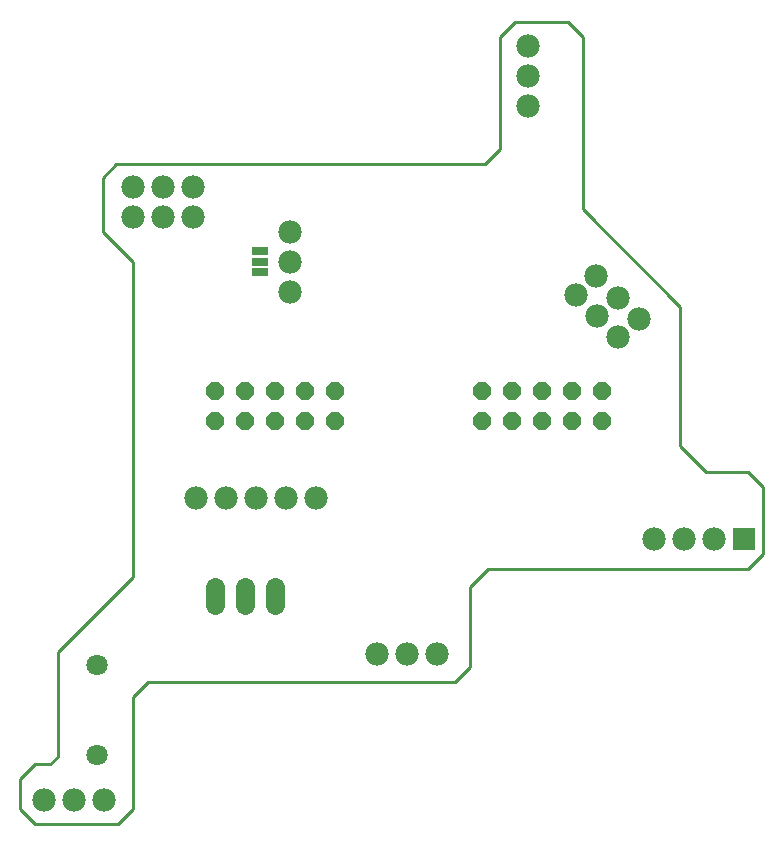
<source format=gts>
G75*
%MOIN*%
%OFA0B0*%
%FSLAX24Y24*%
%IPPOS*%
%LPD*%
%AMOC8*
5,1,8,0,0,1.08239X$1,22.5*
%
%ADD10C,0.0100*%
%ADD11R,0.0780X0.0780*%
%ADD12C,0.0780*%
%ADD13R,0.0540X0.0290*%
%ADD14C,0.0709*%
%ADD15OC8,0.0600*%
%ADD16C,0.0640*%
D10*
X000150Y000650D02*
X000150Y001650D01*
X000650Y002150D01*
X001150Y002150D01*
X001400Y002400D01*
X001400Y005900D01*
X003900Y008400D01*
X003900Y018900D01*
X002900Y019900D01*
X002900Y021700D01*
X003350Y022150D01*
X015650Y022150D01*
X016150Y022650D01*
X016150Y026400D01*
X016650Y026900D01*
X018400Y026900D01*
X018900Y026400D01*
X018900Y020650D01*
X022150Y017400D01*
X022150Y012750D01*
X023000Y011900D01*
X024400Y011900D01*
X024900Y011400D01*
X024900Y009150D01*
X024400Y008650D01*
X015750Y008650D01*
X015150Y008050D01*
X015150Y005400D01*
X014650Y004900D01*
X004400Y004900D01*
X003900Y004400D01*
X003900Y000650D01*
X003400Y000150D01*
X000650Y000150D01*
X000150Y000650D01*
D11*
X024275Y009650D03*
D12*
X023275Y009650D03*
X022275Y009650D03*
X021275Y009650D03*
X014050Y005825D03*
X013050Y005825D03*
X012050Y005825D03*
X010025Y011025D03*
X009025Y011025D03*
X008025Y011025D03*
X007025Y011025D03*
X006025Y011025D03*
X009150Y017900D03*
X009150Y018900D03*
X009150Y019900D03*
X005900Y020400D03*
X004900Y020400D03*
X003900Y020400D03*
X003900Y021400D03*
X004900Y021400D03*
X005900Y021400D03*
X017075Y024100D03*
X017075Y025100D03*
X017075Y026100D03*
X019361Y018414D03*
X018675Y017800D03*
X019382Y017093D03*
X020068Y017707D03*
X020775Y017000D03*
X020089Y016386D03*
X002950Y000950D03*
X001950Y000950D03*
X000950Y000950D03*
D13*
X008150Y018550D03*
X008150Y018900D03*
X008150Y019250D03*
D14*
X002700Y005450D03*
X002700Y002450D03*
D15*
X006650Y013600D03*
X007650Y013600D03*
X007650Y014600D03*
X006650Y014600D03*
X008650Y014600D03*
X009650Y014600D03*
X010650Y014600D03*
X010650Y013600D03*
X009650Y013600D03*
X008650Y013600D03*
X015550Y013600D03*
X016550Y013600D03*
X017550Y013600D03*
X017550Y014600D03*
X016550Y014600D03*
X015550Y014600D03*
X018550Y014600D03*
X019550Y014600D03*
X019550Y013600D03*
X018550Y013600D03*
D16*
X008650Y008050D02*
X008650Y007450D01*
X007650Y007450D02*
X007650Y008050D01*
X006650Y008050D02*
X006650Y007450D01*
M02*

</source>
